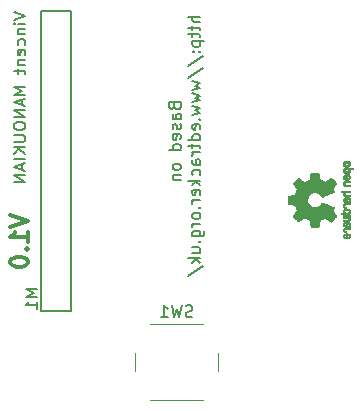
<source format=gbr>
G04 #@! TF.GenerationSoftware,KiCad,Pcbnew,(5.0.1)-4*
G04 #@! TF.CreationDate,2018-12-26T16:50:05+01:00*
G04 #@! TF.ProjectId,EdtrackerDiy,4564747261636B65724469792E6B6963,rev?*
G04 #@! TF.SameCoordinates,Original*
G04 #@! TF.FileFunction,Legend,Bot*
G04 #@! TF.FilePolarity,Positive*
%FSLAX46Y46*%
G04 Gerber Fmt 4.6, Leading zero omitted, Abs format (unit mm)*
G04 Created by KiCad (PCBNEW (5.0.1)-4) date 26/12/2018 16:50:05*
%MOMM*%
%LPD*%
G01*
G04 APERTURE LIST*
%ADD10C,0.300000*%
%ADD11C,0.150000*%
%ADD12C,0.200000*%
%ADD13C,0.120000*%
%ADD14C,0.010000*%
G04 APERTURE END LIST*
D10*
X61916571Y-104140285D02*
X63416571Y-104640285D01*
X61916571Y-105140285D01*
X63416571Y-106426000D02*
X63416571Y-105568857D01*
X63416571Y-105997428D02*
X61916571Y-105997428D01*
X62130857Y-105854571D01*
X62273714Y-105711714D01*
X62345142Y-105568857D01*
X63273714Y-107068857D02*
X63345142Y-107140285D01*
X63416571Y-107068857D01*
X63345142Y-106997428D01*
X63273714Y-107068857D01*
X63416571Y-107068857D01*
X61916571Y-108068857D02*
X61916571Y-108211714D01*
X61988000Y-108354571D01*
X62059428Y-108426000D01*
X62202285Y-108497428D01*
X62488000Y-108568857D01*
X62845142Y-108568857D01*
X63130857Y-108497428D01*
X63273714Y-108426000D01*
X63345142Y-108354571D01*
X63416571Y-108211714D01*
X63416571Y-108068857D01*
X63345142Y-107926000D01*
X63273714Y-107854571D01*
X63130857Y-107783142D01*
X62845142Y-107711714D01*
X62488000Y-107711714D01*
X62202285Y-107783142D01*
X62059428Y-107854571D01*
X61988000Y-107926000D01*
X61916571Y-108068857D01*
D11*
X75811571Y-94964666D02*
X75859190Y-95107523D01*
X75906809Y-95155142D01*
X76002047Y-95202761D01*
X76144904Y-95202761D01*
X76240142Y-95155142D01*
X76287761Y-95107523D01*
X76335380Y-95012285D01*
X76335380Y-94631333D01*
X75335380Y-94631333D01*
X75335380Y-94964666D01*
X75383000Y-95059904D01*
X75430619Y-95107523D01*
X75525857Y-95155142D01*
X75621095Y-95155142D01*
X75716333Y-95107523D01*
X75763952Y-95059904D01*
X75811571Y-94964666D01*
X75811571Y-94631333D01*
X76335380Y-96059904D02*
X75811571Y-96059904D01*
X75716333Y-96012285D01*
X75668714Y-95917047D01*
X75668714Y-95726571D01*
X75716333Y-95631333D01*
X76287761Y-96059904D02*
X76335380Y-95964666D01*
X76335380Y-95726571D01*
X76287761Y-95631333D01*
X76192523Y-95583714D01*
X76097285Y-95583714D01*
X76002047Y-95631333D01*
X75954428Y-95726571D01*
X75954428Y-95964666D01*
X75906809Y-96059904D01*
X76287761Y-96488476D02*
X76335380Y-96583714D01*
X76335380Y-96774190D01*
X76287761Y-96869428D01*
X76192523Y-96917047D01*
X76144904Y-96917047D01*
X76049666Y-96869428D01*
X76002047Y-96774190D01*
X76002047Y-96631333D01*
X75954428Y-96536095D01*
X75859190Y-96488476D01*
X75811571Y-96488476D01*
X75716333Y-96536095D01*
X75668714Y-96631333D01*
X75668714Y-96774190D01*
X75716333Y-96869428D01*
X76287761Y-97726571D02*
X76335380Y-97631333D01*
X76335380Y-97440857D01*
X76287761Y-97345619D01*
X76192523Y-97298000D01*
X75811571Y-97298000D01*
X75716333Y-97345619D01*
X75668714Y-97440857D01*
X75668714Y-97631333D01*
X75716333Y-97726571D01*
X75811571Y-97774190D01*
X75906809Y-97774190D01*
X76002047Y-97298000D01*
X76335380Y-98631333D02*
X75335380Y-98631333D01*
X76287761Y-98631333D02*
X76335380Y-98536095D01*
X76335380Y-98345619D01*
X76287761Y-98250380D01*
X76240142Y-98202761D01*
X76144904Y-98155142D01*
X75859190Y-98155142D01*
X75763952Y-98202761D01*
X75716333Y-98250380D01*
X75668714Y-98345619D01*
X75668714Y-98536095D01*
X75716333Y-98631333D01*
X76335380Y-100012285D02*
X76287761Y-99917047D01*
X76240142Y-99869428D01*
X76144904Y-99821809D01*
X75859190Y-99821809D01*
X75763952Y-99869428D01*
X75716333Y-99917047D01*
X75668714Y-100012285D01*
X75668714Y-100155142D01*
X75716333Y-100250380D01*
X75763952Y-100298000D01*
X75859190Y-100345619D01*
X76144904Y-100345619D01*
X76240142Y-100298000D01*
X76287761Y-100250380D01*
X76335380Y-100155142D01*
X76335380Y-100012285D01*
X75668714Y-100774190D02*
X76335380Y-100774190D01*
X75763952Y-100774190D02*
X75716333Y-100821809D01*
X75668714Y-100917047D01*
X75668714Y-101059904D01*
X75716333Y-101155142D01*
X75811571Y-101202761D01*
X76335380Y-101202761D01*
X77985380Y-87393238D02*
X76985380Y-87393238D01*
X77985380Y-87821809D02*
X77461571Y-87821809D01*
X77366333Y-87774190D01*
X77318714Y-87678952D01*
X77318714Y-87536095D01*
X77366333Y-87440857D01*
X77413952Y-87393238D01*
X77318714Y-88155142D02*
X77318714Y-88536095D01*
X76985380Y-88298000D02*
X77842523Y-88298000D01*
X77937761Y-88345619D01*
X77985380Y-88440857D01*
X77985380Y-88536095D01*
X77318714Y-88726571D02*
X77318714Y-89107523D01*
X76985380Y-88869428D02*
X77842523Y-88869428D01*
X77937761Y-88917047D01*
X77985380Y-89012285D01*
X77985380Y-89107523D01*
X77318714Y-89440857D02*
X78318714Y-89440857D01*
X77366333Y-89440857D02*
X77318714Y-89536095D01*
X77318714Y-89726571D01*
X77366333Y-89821809D01*
X77413952Y-89869428D01*
X77509190Y-89917047D01*
X77794904Y-89917047D01*
X77890142Y-89869428D01*
X77937761Y-89821809D01*
X77985380Y-89726571D01*
X77985380Y-89536095D01*
X77937761Y-89440857D01*
X77890142Y-90345619D02*
X77937761Y-90393238D01*
X77985380Y-90345619D01*
X77937761Y-90298000D01*
X77890142Y-90345619D01*
X77985380Y-90345619D01*
X77366333Y-90345619D02*
X77413952Y-90393238D01*
X77461571Y-90345619D01*
X77413952Y-90298000D01*
X77366333Y-90345619D01*
X77461571Y-90345619D01*
X76937761Y-91536095D02*
X78223476Y-90678952D01*
X76937761Y-92583714D02*
X78223476Y-91726571D01*
X77318714Y-92821809D02*
X77985380Y-93012285D01*
X77509190Y-93202761D01*
X77985380Y-93393238D01*
X77318714Y-93583714D01*
X77318714Y-93869428D02*
X77985380Y-94059904D01*
X77509190Y-94250380D01*
X77985380Y-94440857D01*
X77318714Y-94631333D01*
X77318714Y-94917047D02*
X77985380Y-95107523D01*
X77509190Y-95298000D01*
X77985380Y-95488476D01*
X77318714Y-95678952D01*
X77890142Y-96059904D02*
X77937761Y-96107523D01*
X77985380Y-96059904D01*
X77937761Y-96012285D01*
X77890142Y-96059904D01*
X77985380Y-96059904D01*
X77937761Y-96917047D02*
X77985380Y-96821809D01*
X77985380Y-96631333D01*
X77937761Y-96536095D01*
X77842523Y-96488476D01*
X77461571Y-96488476D01*
X77366333Y-96536095D01*
X77318714Y-96631333D01*
X77318714Y-96821809D01*
X77366333Y-96917047D01*
X77461571Y-96964666D01*
X77556809Y-96964666D01*
X77652047Y-96488476D01*
X77985380Y-97821809D02*
X76985380Y-97821809D01*
X77937761Y-97821809D02*
X77985380Y-97726571D01*
X77985380Y-97536095D01*
X77937761Y-97440857D01*
X77890142Y-97393238D01*
X77794904Y-97345619D01*
X77509190Y-97345619D01*
X77413952Y-97393238D01*
X77366333Y-97440857D01*
X77318714Y-97536095D01*
X77318714Y-97726571D01*
X77366333Y-97821809D01*
X77318714Y-98155142D02*
X77318714Y-98536095D01*
X76985380Y-98297999D02*
X77842523Y-98297999D01*
X77937761Y-98345619D01*
X77985380Y-98440857D01*
X77985380Y-98536095D01*
X77985380Y-98869428D02*
X77318714Y-98869428D01*
X77509190Y-98869428D02*
X77413952Y-98917047D01*
X77366333Y-98964666D01*
X77318714Y-99059904D01*
X77318714Y-99155142D01*
X77985380Y-99917047D02*
X77461571Y-99917047D01*
X77366333Y-99869428D01*
X77318714Y-99774190D01*
X77318714Y-99583714D01*
X77366333Y-99488476D01*
X77937761Y-99917047D02*
X77985380Y-99821809D01*
X77985380Y-99583714D01*
X77937761Y-99488476D01*
X77842523Y-99440857D01*
X77747285Y-99440857D01*
X77652047Y-99488476D01*
X77604428Y-99583714D01*
X77604428Y-99821809D01*
X77556809Y-99917047D01*
X77937761Y-100821809D02*
X77985380Y-100726571D01*
X77985380Y-100536095D01*
X77937761Y-100440857D01*
X77890142Y-100393238D01*
X77794904Y-100345619D01*
X77509190Y-100345619D01*
X77413952Y-100393238D01*
X77366333Y-100440857D01*
X77318714Y-100536095D01*
X77318714Y-100726571D01*
X77366333Y-100821809D01*
X77985380Y-101250380D02*
X76985380Y-101250380D01*
X77604428Y-101345619D02*
X77985380Y-101631333D01*
X77318714Y-101631333D02*
X77699666Y-101250380D01*
X77937761Y-102440857D02*
X77985380Y-102345619D01*
X77985380Y-102155142D01*
X77937761Y-102059904D01*
X77842523Y-102012285D01*
X77461571Y-102012285D01*
X77366333Y-102059904D01*
X77318714Y-102155142D01*
X77318714Y-102345619D01*
X77366333Y-102440857D01*
X77461571Y-102488476D01*
X77556809Y-102488476D01*
X77652047Y-102012285D01*
X77985380Y-102917047D02*
X77318714Y-102917047D01*
X77509190Y-102917047D02*
X77413952Y-102964666D01*
X77366333Y-103012285D01*
X77318714Y-103107523D01*
X77318714Y-103202761D01*
X77890142Y-103536095D02*
X77937761Y-103583714D01*
X77985380Y-103536095D01*
X77937761Y-103488476D01*
X77890142Y-103536095D01*
X77985380Y-103536095D01*
X77985380Y-104155142D02*
X77937761Y-104059904D01*
X77890142Y-104012285D01*
X77794904Y-103964666D01*
X77509190Y-103964666D01*
X77413952Y-104012285D01*
X77366333Y-104059904D01*
X77318714Y-104155142D01*
X77318714Y-104297999D01*
X77366333Y-104393238D01*
X77413952Y-104440857D01*
X77509190Y-104488476D01*
X77794904Y-104488476D01*
X77890142Y-104440857D01*
X77937761Y-104393238D01*
X77985380Y-104297999D01*
X77985380Y-104155142D01*
X77985380Y-104917047D02*
X77318714Y-104917047D01*
X77509190Y-104917047D02*
X77413952Y-104964666D01*
X77366333Y-105012285D01*
X77318714Y-105107523D01*
X77318714Y-105202761D01*
X77318714Y-105964666D02*
X78128238Y-105964666D01*
X78223476Y-105917047D01*
X78271095Y-105869428D01*
X78318714Y-105774190D01*
X78318714Y-105631333D01*
X78271095Y-105536095D01*
X77937761Y-105964666D02*
X77985380Y-105869428D01*
X77985380Y-105678952D01*
X77937761Y-105583714D01*
X77890142Y-105536095D01*
X77794904Y-105488476D01*
X77509190Y-105488476D01*
X77413952Y-105536095D01*
X77366333Y-105583714D01*
X77318714Y-105678952D01*
X77318714Y-105869428D01*
X77366333Y-105964666D01*
X77890142Y-106440857D02*
X77937761Y-106488476D01*
X77985380Y-106440857D01*
X77937761Y-106393238D01*
X77890142Y-106440857D01*
X77985380Y-106440857D01*
X77318714Y-107345619D02*
X77985380Y-107345619D01*
X77318714Y-106917047D02*
X77842523Y-106917047D01*
X77937761Y-106964666D01*
X77985380Y-107059904D01*
X77985380Y-107202761D01*
X77937761Y-107297999D01*
X77890142Y-107345619D01*
X77985380Y-107821809D02*
X76985380Y-107821809D01*
X77604428Y-107917047D02*
X77985380Y-108202761D01*
X77318714Y-108202761D02*
X77699666Y-107821809D01*
X76937761Y-109345619D02*
X78223476Y-108488476D01*
D12*
X62190380Y-86972095D02*
X63190380Y-87305428D01*
X62190380Y-87638761D01*
X63190380Y-87972095D02*
X62523714Y-87972095D01*
X62190380Y-87972095D02*
X62238000Y-87924476D01*
X62285619Y-87972095D01*
X62238000Y-88019714D01*
X62190380Y-87972095D01*
X62285619Y-87972095D01*
X62523714Y-88448285D02*
X63190380Y-88448285D01*
X62618952Y-88448285D02*
X62571333Y-88495904D01*
X62523714Y-88591142D01*
X62523714Y-88734000D01*
X62571333Y-88829238D01*
X62666571Y-88876857D01*
X63190380Y-88876857D01*
X63142761Y-89781619D02*
X63190380Y-89686380D01*
X63190380Y-89495904D01*
X63142761Y-89400666D01*
X63095142Y-89353047D01*
X62999904Y-89305428D01*
X62714190Y-89305428D01*
X62618952Y-89353047D01*
X62571333Y-89400666D01*
X62523714Y-89495904D01*
X62523714Y-89686380D01*
X62571333Y-89781619D01*
X63142761Y-90591142D02*
X63190380Y-90495904D01*
X63190380Y-90305428D01*
X63142761Y-90210190D01*
X63047523Y-90162571D01*
X62666571Y-90162571D01*
X62571333Y-90210190D01*
X62523714Y-90305428D01*
X62523714Y-90495904D01*
X62571333Y-90591142D01*
X62666571Y-90638761D01*
X62761809Y-90638761D01*
X62857047Y-90162571D01*
X62523714Y-91067333D02*
X63190380Y-91067333D01*
X62618952Y-91067333D02*
X62571333Y-91114952D01*
X62523714Y-91210190D01*
X62523714Y-91353047D01*
X62571333Y-91448285D01*
X62666571Y-91495904D01*
X63190380Y-91495904D01*
X62523714Y-91829238D02*
X62523714Y-92210190D01*
X62190380Y-91972095D02*
X63047523Y-91972095D01*
X63142761Y-92019714D01*
X63190380Y-92114952D01*
X63190380Y-92210190D01*
X63190380Y-93305428D02*
X62190380Y-93305428D01*
X62904666Y-93638761D01*
X62190380Y-93972095D01*
X63190380Y-93972095D01*
X62904666Y-94400666D02*
X62904666Y-94876857D01*
X63190380Y-94305428D02*
X62190380Y-94638761D01*
X63190380Y-94972095D01*
X63190380Y-95305428D02*
X62190380Y-95305428D01*
X63190380Y-95876857D01*
X62190380Y-95876857D01*
X62190380Y-96543523D02*
X62190380Y-96734000D01*
X62238000Y-96829238D01*
X62333238Y-96924476D01*
X62523714Y-96972095D01*
X62857047Y-96972095D01*
X63047523Y-96924476D01*
X63142761Y-96829238D01*
X63190380Y-96734000D01*
X63190380Y-96543523D01*
X63142761Y-96448285D01*
X63047523Y-96353047D01*
X62857047Y-96305428D01*
X62523714Y-96305428D01*
X62333238Y-96353047D01*
X62238000Y-96448285D01*
X62190380Y-96543523D01*
X62190380Y-97400666D02*
X62999904Y-97400666D01*
X63095142Y-97448285D01*
X63142761Y-97495904D01*
X63190380Y-97591142D01*
X63190380Y-97781619D01*
X63142761Y-97876857D01*
X63095142Y-97924476D01*
X62999904Y-97972095D01*
X62190380Y-97972095D01*
X63190380Y-98448285D02*
X62190380Y-98448285D01*
X63190380Y-99019714D02*
X62618952Y-98591142D01*
X62190380Y-99019714D02*
X62761809Y-98448285D01*
X63190380Y-99448285D02*
X62190380Y-99448285D01*
X62904666Y-99876857D02*
X62904666Y-100353047D01*
X63190380Y-99781619D02*
X62190380Y-100114952D01*
X63190380Y-100448285D01*
X63190380Y-100781619D02*
X62190380Y-100781619D01*
X63190380Y-101353047D01*
X62190380Y-101353047D01*
D11*
G04 #@! TO.C,M1*
X64516000Y-112268000D02*
X67056000Y-112268000D01*
X64516000Y-86868000D02*
X64516000Y-112268000D01*
X67056000Y-86868000D02*
X64516000Y-86868000D01*
X67056000Y-112268000D02*
X67056000Y-86868000D01*
D13*
G04 #@! TO.C,SW1*
X78248000Y-119872000D02*
X73748000Y-119872000D01*
X79498000Y-115872000D02*
X79498000Y-117372000D01*
X73748000Y-113372000D02*
X78248000Y-113372000D01*
X72498000Y-117372000D02*
X72498000Y-115872000D01*
D14*
G04 #@! TO.C,REF\002A\002A*
G36*
X85380348Y-102973910D02*
X85380778Y-103052454D01*
X85381942Y-103109298D01*
X85384207Y-103148105D01*
X85387940Y-103172538D01*
X85393506Y-103186262D01*
X85401273Y-103192940D01*
X85411605Y-103196236D01*
X85412943Y-103196556D01*
X85437079Y-103201562D01*
X85484701Y-103210829D01*
X85550741Y-103223392D01*
X85630128Y-103238287D01*
X85717796Y-103254551D01*
X85720875Y-103255119D01*
X85806789Y-103271410D01*
X85882696Y-103286652D01*
X85944045Y-103299861D01*
X85986282Y-103310054D01*
X86004855Y-103316248D01*
X86005184Y-103316543D01*
X86014253Y-103334788D01*
X86029367Y-103372405D01*
X86047262Y-103421271D01*
X86047358Y-103421543D01*
X86070493Y-103483093D01*
X86099965Y-103555657D01*
X86129597Y-103624057D01*
X86131062Y-103627294D01*
X86181626Y-103738702D01*
X86013160Y-103985399D01*
X85961803Y-104061077D01*
X85915889Y-104129631D01*
X85878030Y-104187088D01*
X85850837Y-104229476D01*
X85836921Y-104252825D01*
X85835889Y-104255042D01*
X85840484Y-104272010D01*
X85862655Y-104303701D01*
X85903447Y-104351352D01*
X85963905Y-104416198D01*
X86028227Y-104482397D01*
X86091612Y-104546214D01*
X86149451Y-104603329D01*
X86198175Y-104650305D01*
X86234210Y-104683703D01*
X86253984Y-104700085D01*
X86255002Y-104700694D01*
X86268572Y-104702505D01*
X86290733Y-104695683D01*
X86324478Y-104678540D01*
X86372800Y-104649393D01*
X86438692Y-104606555D01*
X86523517Y-104549448D01*
X86598177Y-104498766D01*
X86665140Y-104453461D01*
X86720516Y-104416150D01*
X86760420Y-104389452D01*
X86780962Y-104375985D01*
X86782356Y-104375137D01*
X86802038Y-104376781D01*
X86840293Y-104389245D01*
X86889889Y-104410048D01*
X86905728Y-104417462D01*
X86976290Y-104449814D01*
X87056353Y-104484328D01*
X87125629Y-104512365D01*
X87177045Y-104532568D01*
X87216119Y-104548615D01*
X87236541Y-104557888D01*
X87238114Y-104559041D01*
X87240721Y-104576096D01*
X87247863Y-104616298D01*
X87258523Y-104674302D01*
X87271685Y-104744763D01*
X87286333Y-104822335D01*
X87301449Y-104901672D01*
X87316018Y-104977431D01*
X87329022Y-105044264D01*
X87339445Y-105096828D01*
X87346270Y-105129776D01*
X87348199Y-105137857D01*
X87352962Y-105146205D01*
X87363718Y-105152506D01*
X87384098Y-105157045D01*
X87417734Y-105160104D01*
X87468255Y-105161967D01*
X87539292Y-105162918D01*
X87634476Y-105163240D01*
X87673492Y-105163257D01*
X87990799Y-105163257D01*
X88005839Y-105087057D01*
X88013995Y-105044663D01*
X88025899Y-104981400D01*
X88040116Y-104904962D01*
X88055210Y-104823043D01*
X88059355Y-104800400D01*
X88074053Y-104724806D01*
X88088505Y-104658953D01*
X88101375Y-104608366D01*
X88111322Y-104578574D01*
X88114287Y-104573612D01*
X88135283Y-104561426D01*
X88175967Y-104543953D01*
X88228322Y-104524577D01*
X88239600Y-104520734D01*
X88309523Y-104495339D01*
X88388418Y-104463817D01*
X88459266Y-104432969D01*
X88459595Y-104432817D01*
X88570733Y-104381447D01*
X88819253Y-104550399D01*
X89067772Y-104719352D01*
X89285058Y-104502429D01*
X89349726Y-104436819D01*
X89406733Y-104376979D01*
X89453033Y-104326267D01*
X89485584Y-104288046D01*
X89501343Y-104265675D01*
X89502343Y-104262466D01*
X89494469Y-104243626D01*
X89472578Y-104205180D01*
X89439267Y-104151330D01*
X89397131Y-104086276D01*
X89349943Y-104015940D01*
X89301810Y-103944555D01*
X89259928Y-103880908D01*
X89226871Y-103829041D01*
X89205218Y-103792995D01*
X89197543Y-103776867D01*
X89204037Y-103757189D01*
X89221150Y-103719875D01*
X89245326Y-103672621D01*
X89248013Y-103667612D01*
X89279927Y-103603977D01*
X89295579Y-103560341D01*
X89295745Y-103533202D01*
X89281204Y-103519057D01*
X89281000Y-103518975D01*
X89263779Y-103511905D01*
X89222899Y-103495042D01*
X89161525Y-103469695D01*
X89082819Y-103437171D01*
X88989947Y-103398778D01*
X88886072Y-103355822D01*
X88785502Y-103314222D01*
X88674516Y-103268504D01*
X88571703Y-103226526D01*
X88480215Y-103189548D01*
X88403201Y-103158827D01*
X88343815Y-103135622D01*
X88305209Y-103121190D01*
X88290800Y-103116743D01*
X88274272Y-103127896D01*
X88247930Y-103157069D01*
X88218887Y-103195971D01*
X88127039Y-103306757D01*
X88021759Y-103393351D01*
X87905266Y-103454716D01*
X87779776Y-103489815D01*
X87647507Y-103497608D01*
X87586457Y-103491943D01*
X87459795Y-103461078D01*
X87347941Y-103407920D01*
X87252001Y-103335767D01*
X87173076Y-103247917D01*
X87112270Y-103147665D01*
X87070687Y-103038310D01*
X87049428Y-102923147D01*
X87049599Y-102805475D01*
X87072301Y-102688590D01*
X87118638Y-102575789D01*
X87189713Y-102470369D01*
X87229911Y-102426368D01*
X87333129Y-102341979D01*
X87445925Y-102283222D01*
X87565010Y-102249704D01*
X87687095Y-102241035D01*
X87808893Y-102256823D01*
X87927116Y-102296678D01*
X88038475Y-102360207D01*
X88139684Y-102447021D01*
X88218887Y-102544029D01*
X88249162Y-102584437D01*
X88275219Y-102612982D01*
X88290825Y-102623257D01*
X88307843Y-102617877D01*
X88348500Y-102602575D01*
X88409642Y-102578612D01*
X88488119Y-102547244D01*
X88580780Y-102509732D01*
X88684472Y-102467333D01*
X88785526Y-102425663D01*
X88896607Y-102379690D01*
X88999541Y-102337107D01*
X89091165Y-102299221D01*
X89168316Y-102267340D01*
X89227831Y-102242771D01*
X89266544Y-102226820D01*
X89281000Y-102220910D01*
X89295685Y-102206948D01*
X89295642Y-102179940D01*
X89280099Y-102136413D01*
X89248284Y-102072890D01*
X89248013Y-102072388D01*
X89223323Y-102024560D01*
X89205338Y-101985897D01*
X89197614Y-101964095D01*
X89197543Y-101963133D01*
X89205378Y-101946721D01*
X89227165Y-101910487D01*
X89260328Y-101858474D01*
X89302291Y-101794725D01*
X89349943Y-101724060D01*
X89398191Y-101652116D01*
X89440151Y-101587274D01*
X89473227Y-101533735D01*
X89494821Y-101495697D01*
X89502343Y-101477533D01*
X89492457Y-101460808D01*
X89464826Y-101427180D01*
X89422495Y-101380010D01*
X89368505Y-101322658D01*
X89305899Y-101258484D01*
X89284983Y-101237497D01*
X89067623Y-101020499D01*
X88825220Y-101185668D01*
X88750781Y-101235864D01*
X88683972Y-101279919D01*
X88628665Y-101315362D01*
X88588729Y-101339719D01*
X88568036Y-101350522D01*
X88566563Y-101350838D01*
X88547058Y-101345143D01*
X88507822Y-101329826D01*
X88455430Y-101307537D01*
X88420355Y-101291893D01*
X88353201Y-101262641D01*
X88285358Y-101235094D01*
X88228034Y-101213737D01*
X88210572Y-101207935D01*
X88163938Y-101191452D01*
X88127905Y-101175340D01*
X88114287Y-101166490D01*
X88105952Y-101146960D01*
X88094137Y-101104334D01*
X88080181Y-101044145D01*
X88065422Y-100971922D01*
X88059355Y-100939600D01*
X88044273Y-100857522D01*
X88029669Y-100778795D01*
X88016980Y-100711109D01*
X88007642Y-100662160D01*
X88005839Y-100652943D01*
X87990799Y-100576743D01*
X87673492Y-100576743D01*
X87569154Y-100576914D01*
X87490213Y-100577616D01*
X87433038Y-100579134D01*
X87393999Y-100581749D01*
X87369465Y-100585746D01*
X87355805Y-100591409D01*
X87349389Y-100599020D01*
X87348199Y-100602143D01*
X87343980Y-100620978D01*
X87335562Y-100662588D01*
X87323961Y-100721630D01*
X87310195Y-100792757D01*
X87295280Y-100870625D01*
X87280232Y-100949887D01*
X87266069Y-101025198D01*
X87253806Y-101091213D01*
X87244461Y-101142587D01*
X87239050Y-101173975D01*
X87238114Y-101180959D01*
X87225596Y-101187285D01*
X87192246Y-101201290D01*
X87144377Y-101220355D01*
X87125629Y-101227634D01*
X87053195Y-101256996D01*
X86973170Y-101291571D01*
X86905728Y-101322537D01*
X86854159Y-101345323D01*
X86811785Y-101360482D01*
X86785834Y-101365542D01*
X86782356Y-101364736D01*
X86765936Y-101354041D01*
X86729417Y-101329620D01*
X86676687Y-101294095D01*
X86611635Y-101250087D01*
X86538151Y-101200217D01*
X86523645Y-101190356D01*
X86437704Y-101132492D01*
X86372261Y-101089956D01*
X86324304Y-101061054D01*
X86290820Y-101044090D01*
X86268795Y-101037367D01*
X86255217Y-101039190D01*
X86255131Y-101039236D01*
X86237297Y-101053586D01*
X86202817Y-101085323D01*
X86155268Y-101131010D01*
X86098222Y-101187204D01*
X86035255Y-101250468D01*
X86028227Y-101257602D01*
X85951020Y-101337330D01*
X85894330Y-101398857D01*
X85857110Y-101443421D01*
X85838315Y-101472257D01*
X85835889Y-101484958D01*
X85846471Y-101503494D01*
X85870916Y-101541961D01*
X85906612Y-101596386D01*
X85950947Y-101662798D01*
X86001311Y-101737225D01*
X86013160Y-101754601D01*
X86181626Y-102001297D01*
X86131062Y-102112706D01*
X86101595Y-102180457D01*
X86071959Y-102253183D01*
X86048330Y-102315703D01*
X86047358Y-102318457D01*
X86029457Y-102367360D01*
X86014320Y-102405057D01*
X86005210Y-102423425D01*
X86005184Y-102423456D01*
X85988717Y-102429285D01*
X85948219Y-102439192D01*
X85888242Y-102452195D01*
X85813340Y-102467309D01*
X85728064Y-102483552D01*
X85720875Y-102484881D01*
X85633014Y-102501175D01*
X85553260Y-102516133D01*
X85486681Y-102528791D01*
X85438347Y-102538186D01*
X85413325Y-102543354D01*
X85412943Y-102543444D01*
X85402299Y-102546589D01*
X85394262Y-102552704D01*
X85388467Y-102565453D01*
X85384547Y-102588500D01*
X85382135Y-102625509D01*
X85380865Y-102680144D01*
X85380371Y-102756067D01*
X85380286Y-102856944D01*
X85380286Y-102870000D01*
X85380348Y-102973910D01*
X85380348Y-102973910D01*
G37*
X85380348Y-102973910D02*
X85380778Y-103052454D01*
X85381942Y-103109298D01*
X85384207Y-103148105D01*
X85387940Y-103172538D01*
X85393506Y-103186262D01*
X85401273Y-103192940D01*
X85411605Y-103196236D01*
X85412943Y-103196556D01*
X85437079Y-103201562D01*
X85484701Y-103210829D01*
X85550741Y-103223392D01*
X85630128Y-103238287D01*
X85717796Y-103254551D01*
X85720875Y-103255119D01*
X85806789Y-103271410D01*
X85882696Y-103286652D01*
X85944045Y-103299861D01*
X85986282Y-103310054D01*
X86004855Y-103316248D01*
X86005184Y-103316543D01*
X86014253Y-103334788D01*
X86029367Y-103372405D01*
X86047262Y-103421271D01*
X86047358Y-103421543D01*
X86070493Y-103483093D01*
X86099965Y-103555657D01*
X86129597Y-103624057D01*
X86131062Y-103627294D01*
X86181626Y-103738702D01*
X86013160Y-103985399D01*
X85961803Y-104061077D01*
X85915889Y-104129631D01*
X85878030Y-104187088D01*
X85850837Y-104229476D01*
X85836921Y-104252825D01*
X85835889Y-104255042D01*
X85840484Y-104272010D01*
X85862655Y-104303701D01*
X85903447Y-104351352D01*
X85963905Y-104416198D01*
X86028227Y-104482397D01*
X86091612Y-104546214D01*
X86149451Y-104603329D01*
X86198175Y-104650305D01*
X86234210Y-104683703D01*
X86253984Y-104700085D01*
X86255002Y-104700694D01*
X86268572Y-104702505D01*
X86290733Y-104695683D01*
X86324478Y-104678540D01*
X86372800Y-104649393D01*
X86438692Y-104606555D01*
X86523517Y-104549448D01*
X86598177Y-104498766D01*
X86665140Y-104453461D01*
X86720516Y-104416150D01*
X86760420Y-104389452D01*
X86780962Y-104375985D01*
X86782356Y-104375137D01*
X86802038Y-104376781D01*
X86840293Y-104389245D01*
X86889889Y-104410048D01*
X86905728Y-104417462D01*
X86976290Y-104449814D01*
X87056353Y-104484328D01*
X87125629Y-104512365D01*
X87177045Y-104532568D01*
X87216119Y-104548615D01*
X87236541Y-104557888D01*
X87238114Y-104559041D01*
X87240721Y-104576096D01*
X87247863Y-104616298D01*
X87258523Y-104674302D01*
X87271685Y-104744763D01*
X87286333Y-104822335D01*
X87301449Y-104901672D01*
X87316018Y-104977431D01*
X87329022Y-105044264D01*
X87339445Y-105096828D01*
X87346270Y-105129776D01*
X87348199Y-105137857D01*
X87352962Y-105146205D01*
X87363718Y-105152506D01*
X87384098Y-105157045D01*
X87417734Y-105160104D01*
X87468255Y-105161967D01*
X87539292Y-105162918D01*
X87634476Y-105163240D01*
X87673492Y-105163257D01*
X87990799Y-105163257D01*
X88005839Y-105087057D01*
X88013995Y-105044663D01*
X88025899Y-104981400D01*
X88040116Y-104904962D01*
X88055210Y-104823043D01*
X88059355Y-104800400D01*
X88074053Y-104724806D01*
X88088505Y-104658953D01*
X88101375Y-104608366D01*
X88111322Y-104578574D01*
X88114287Y-104573612D01*
X88135283Y-104561426D01*
X88175967Y-104543953D01*
X88228322Y-104524577D01*
X88239600Y-104520734D01*
X88309523Y-104495339D01*
X88388418Y-104463817D01*
X88459266Y-104432969D01*
X88459595Y-104432817D01*
X88570733Y-104381447D01*
X88819253Y-104550399D01*
X89067772Y-104719352D01*
X89285058Y-104502429D01*
X89349726Y-104436819D01*
X89406733Y-104376979D01*
X89453033Y-104326267D01*
X89485584Y-104288046D01*
X89501343Y-104265675D01*
X89502343Y-104262466D01*
X89494469Y-104243626D01*
X89472578Y-104205180D01*
X89439267Y-104151330D01*
X89397131Y-104086276D01*
X89349943Y-104015940D01*
X89301810Y-103944555D01*
X89259928Y-103880908D01*
X89226871Y-103829041D01*
X89205218Y-103792995D01*
X89197543Y-103776867D01*
X89204037Y-103757189D01*
X89221150Y-103719875D01*
X89245326Y-103672621D01*
X89248013Y-103667612D01*
X89279927Y-103603977D01*
X89295579Y-103560341D01*
X89295745Y-103533202D01*
X89281204Y-103519057D01*
X89281000Y-103518975D01*
X89263779Y-103511905D01*
X89222899Y-103495042D01*
X89161525Y-103469695D01*
X89082819Y-103437171D01*
X88989947Y-103398778D01*
X88886072Y-103355822D01*
X88785502Y-103314222D01*
X88674516Y-103268504D01*
X88571703Y-103226526D01*
X88480215Y-103189548D01*
X88403201Y-103158827D01*
X88343815Y-103135622D01*
X88305209Y-103121190D01*
X88290800Y-103116743D01*
X88274272Y-103127896D01*
X88247930Y-103157069D01*
X88218887Y-103195971D01*
X88127039Y-103306757D01*
X88021759Y-103393351D01*
X87905266Y-103454716D01*
X87779776Y-103489815D01*
X87647507Y-103497608D01*
X87586457Y-103491943D01*
X87459795Y-103461078D01*
X87347941Y-103407920D01*
X87252001Y-103335767D01*
X87173076Y-103247917D01*
X87112270Y-103147665D01*
X87070687Y-103038310D01*
X87049428Y-102923147D01*
X87049599Y-102805475D01*
X87072301Y-102688590D01*
X87118638Y-102575789D01*
X87189713Y-102470369D01*
X87229911Y-102426368D01*
X87333129Y-102341979D01*
X87445925Y-102283222D01*
X87565010Y-102249704D01*
X87687095Y-102241035D01*
X87808893Y-102256823D01*
X87927116Y-102296678D01*
X88038475Y-102360207D01*
X88139684Y-102447021D01*
X88218887Y-102544029D01*
X88249162Y-102584437D01*
X88275219Y-102612982D01*
X88290825Y-102623257D01*
X88307843Y-102617877D01*
X88348500Y-102602575D01*
X88409642Y-102578612D01*
X88488119Y-102547244D01*
X88580780Y-102509732D01*
X88684472Y-102467333D01*
X88785526Y-102425663D01*
X88896607Y-102379690D01*
X88999541Y-102337107D01*
X89091165Y-102299221D01*
X89168316Y-102267340D01*
X89227831Y-102242771D01*
X89266544Y-102226820D01*
X89281000Y-102220910D01*
X89295685Y-102206948D01*
X89295642Y-102179940D01*
X89280099Y-102136413D01*
X89248284Y-102072890D01*
X89248013Y-102072388D01*
X89223323Y-102024560D01*
X89205338Y-101985897D01*
X89197614Y-101964095D01*
X89197543Y-101963133D01*
X89205378Y-101946721D01*
X89227165Y-101910487D01*
X89260328Y-101858474D01*
X89302291Y-101794725D01*
X89349943Y-101724060D01*
X89398191Y-101652116D01*
X89440151Y-101587274D01*
X89473227Y-101533735D01*
X89494821Y-101495697D01*
X89502343Y-101477533D01*
X89492457Y-101460808D01*
X89464826Y-101427180D01*
X89422495Y-101380010D01*
X89368505Y-101322658D01*
X89305899Y-101258484D01*
X89284983Y-101237497D01*
X89067623Y-101020499D01*
X88825220Y-101185668D01*
X88750781Y-101235864D01*
X88683972Y-101279919D01*
X88628665Y-101315362D01*
X88588729Y-101339719D01*
X88568036Y-101350522D01*
X88566563Y-101350838D01*
X88547058Y-101345143D01*
X88507822Y-101329826D01*
X88455430Y-101307537D01*
X88420355Y-101291893D01*
X88353201Y-101262641D01*
X88285358Y-101235094D01*
X88228034Y-101213737D01*
X88210572Y-101207935D01*
X88163938Y-101191452D01*
X88127905Y-101175340D01*
X88114287Y-101166490D01*
X88105952Y-101146960D01*
X88094137Y-101104334D01*
X88080181Y-101044145D01*
X88065422Y-100971922D01*
X88059355Y-100939600D01*
X88044273Y-100857522D01*
X88029669Y-100778795D01*
X88016980Y-100711109D01*
X88007642Y-100662160D01*
X88005839Y-100652943D01*
X87990799Y-100576743D01*
X87673492Y-100576743D01*
X87569154Y-100576914D01*
X87490213Y-100577616D01*
X87433038Y-100579134D01*
X87393999Y-100581749D01*
X87369465Y-100585746D01*
X87355805Y-100591409D01*
X87349389Y-100599020D01*
X87348199Y-100602143D01*
X87343980Y-100620978D01*
X87335562Y-100662588D01*
X87323961Y-100721630D01*
X87310195Y-100792757D01*
X87295280Y-100870625D01*
X87280232Y-100949887D01*
X87266069Y-101025198D01*
X87253806Y-101091213D01*
X87244461Y-101142587D01*
X87239050Y-101173975D01*
X87238114Y-101180959D01*
X87225596Y-101187285D01*
X87192246Y-101201290D01*
X87144377Y-101220355D01*
X87125629Y-101227634D01*
X87053195Y-101256996D01*
X86973170Y-101291571D01*
X86905728Y-101322537D01*
X86854159Y-101345323D01*
X86811785Y-101360482D01*
X86785834Y-101365542D01*
X86782356Y-101364736D01*
X86765936Y-101354041D01*
X86729417Y-101329620D01*
X86676687Y-101294095D01*
X86611635Y-101250087D01*
X86538151Y-101200217D01*
X86523645Y-101190356D01*
X86437704Y-101132492D01*
X86372261Y-101089956D01*
X86324304Y-101061054D01*
X86290820Y-101044090D01*
X86268795Y-101037367D01*
X86255217Y-101039190D01*
X86255131Y-101039236D01*
X86237297Y-101053586D01*
X86202817Y-101085323D01*
X86155268Y-101131010D01*
X86098222Y-101187204D01*
X86035255Y-101250468D01*
X86028227Y-101257602D01*
X85951020Y-101337330D01*
X85894330Y-101398857D01*
X85857110Y-101443421D01*
X85838315Y-101472257D01*
X85835889Y-101484958D01*
X85846471Y-101503494D01*
X85870916Y-101541961D01*
X85906612Y-101596386D01*
X85950947Y-101662798D01*
X86001311Y-101737225D01*
X86013160Y-101754601D01*
X86181626Y-102001297D01*
X86131062Y-102112706D01*
X86101595Y-102180457D01*
X86071959Y-102253183D01*
X86048330Y-102315703D01*
X86047358Y-102318457D01*
X86029457Y-102367360D01*
X86014320Y-102405057D01*
X86005210Y-102423425D01*
X86005184Y-102423456D01*
X85988717Y-102429285D01*
X85948219Y-102439192D01*
X85888242Y-102452195D01*
X85813340Y-102467309D01*
X85728064Y-102483552D01*
X85720875Y-102484881D01*
X85633014Y-102501175D01*
X85553260Y-102516133D01*
X85486681Y-102528791D01*
X85438347Y-102538186D01*
X85413325Y-102543354D01*
X85412943Y-102543444D01*
X85402299Y-102546589D01*
X85394262Y-102552704D01*
X85388467Y-102565453D01*
X85384547Y-102588500D01*
X85382135Y-102625509D01*
X85380865Y-102680144D01*
X85380371Y-102756067D01*
X85380286Y-102856944D01*
X85380286Y-102870000D01*
X85380348Y-102973910D01*
G36*
X90104966Y-106023595D02*
X90142497Y-106081021D01*
X90176096Y-106108719D01*
X90237064Y-106130662D01*
X90285308Y-106132405D01*
X90349816Y-106128457D01*
X90414934Y-105979686D01*
X90448202Y-105907349D01*
X90474964Y-105860084D01*
X90498144Y-105835507D01*
X90520667Y-105831237D01*
X90545455Y-105844889D01*
X90561886Y-105859943D01*
X90588235Y-105903746D01*
X90590081Y-105951389D01*
X90569546Y-105995145D01*
X90528752Y-106027289D01*
X90514347Y-106033038D01*
X90469356Y-106060576D01*
X90450182Y-106092258D01*
X90433779Y-106135714D01*
X90495966Y-106135714D01*
X90538283Y-106131872D01*
X90573969Y-106116823D01*
X90614943Y-106085280D01*
X90620267Y-106080592D01*
X90656720Y-106045506D01*
X90676283Y-106015347D01*
X90685283Y-105977615D01*
X90688230Y-105946335D01*
X90688965Y-105890385D01*
X90679660Y-105850555D01*
X90665846Y-105825708D01*
X90635467Y-105786656D01*
X90602613Y-105759625D01*
X90561294Y-105742517D01*
X90505521Y-105733238D01*
X90429305Y-105729693D01*
X90390622Y-105729410D01*
X90344247Y-105730372D01*
X90344247Y-105818007D01*
X90369126Y-105819023D01*
X90373200Y-105821556D01*
X90367665Y-105838274D01*
X90353017Y-105874249D01*
X90332190Y-105922331D01*
X90327714Y-105932386D01*
X90296814Y-105993152D01*
X90269657Y-106026632D01*
X90244220Y-106033990D01*
X90218481Y-106016391D01*
X90207109Y-106001856D01*
X90184364Y-105949410D01*
X90188122Y-105900322D01*
X90215884Y-105859227D01*
X90265152Y-105830758D01*
X90304257Y-105821631D01*
X90344247Y-105818007D01*
X90344247Y-105730372D01*
X90300249Y-105731285D01*
X90233384Y-105738196D01*
X90184695Y-105751884D01*
X90148849Y-105774096D01*
X90120513Y-105806574D01*
X90111355Y-105820733D01*
X90087507Y-105885053D01*
X90086006Y-105955473D01*
X90104966Y-106023595D01*
X90104966Y-106023595D01*
G37*
X90104966Y-106023595D02*
X90142497Y-106081021D01*
X90176096Y-106108719D01*
X90237064Y-106130662D01*
X90285308Y-106132405D01*
X90349816Y-106128457D01*
X90414934Y-105979686D01*
X90448202Y-105907349D01*
X90474964Y-105860084D01*
X90498144Y-105835507D01*
X90520667Y-105831237D01*
X90545455Y-105844889D01*
X90561886Y-105859943D01*
X90588235Y-105903746D01*
X90590081Y-105951389D01*
X90569546Y-105995145D01*
X90528752Y-106027289D01*
X90514347Y-106033038D01*
X90469356Y-106060576D01*
X90450182Y-106092258D01*
X90433779Y-106135714D01*
X90495966Y-106135714D01*
X90538283Y-106131872D01*
X90573969Y-106116823D01*
X90614943Y-106085280D01*
X90620267Y-106080592D01*
X90656720Y-106045506D01*
X90676283Y-106015347D01*
X90685283Y-105977615D01*
X90688230Y-105946335D01*
X90688965Y-105890385D01*
X90679660Y-105850555D01*
X90665846Y-105825708D01*
X90635467Y-105786656D01*
X90602613Y-105759625D01*
X90561294Y-105742517D01*
X90505521Y-105733238D01*
X90429305Y-105729693D01*
X90390622Y-105729410D01*
X90344247Y-105730372D01*
X90344247Y-105818007D01*
X90369126Y-105819023D01*
X90373200Y-105821556D01*
X90367665Y-105838274D01*
X90353017Y-105874249D01*
X90332190Y-105922331D01*
X90327714Y-105932386D01*
X90296814Y-105993152D01*
X90269657Y-106026632D01*
X90244220Y-106033990D01*
X90218481Y-106016391D01*
X90207109Y-106001856D01*
X90184364Y-105949410D01*
X90188122Y-105900322D01*
X90215884Y-105859227D01*
X90265152Y-105830758D01*
X90304257Y-105821631D01*
X90344247Y-105818007D01*
X90344247Y-105730372D01*
X90300249Y-105731285D01*
X90233384Y-105738196D01*
X90184695Y-105751884D01*
X90148849Y-105774096D01*
X90120513Y-105806574D01*
X90111355Y-105820733D01*
X90087507Y-105885053D01*
X90086006Y-105955473D01*
X90104966Y-106023595D01*
G36*
X90096752Y-105522600D02*
X90104334Y-105539948D01*
X90137128Y-105581356D01*
X90184547Y-105616765D01*
X90235151Y-105638664D01*
X90260098Y-105642229D01*
X90294927Y-105630279D01*
X90313357Y-105604067D01*
X90324516Y-105575964D01*
X90326572Y-105563095D01*
X90311649Y-105556829D01*
X90279175Y-105544456D01*
X90264502Y-105539028D01*
X90213744Y-105508590D01*
X90188427Y-105464520D01*
X90189206Y-105408010D01*
X90190203Y-105403825D01*
X90204507Y-105373655D01*
X90232393Y-105351476D01*
X90277287Y-105336327D01*
X90342615Y-105327250D01*
X90431804Y-105323286D01*
X90479261Y-105322914D01*
X90554071Y-105322730D01*
X90605069Y-105321522D01*
X90637471Y-105318309D01*
X90656495Y-105312109D01*
X90667356Y-105301940D01*
X90675272Y-105286819D01*
X90675670Y-105285946D01*
X90687981Y-105256828D01*
X90692514Y-105242403D01*
X90678809Y-105240186D01*
X90640925Y-105238289D01*
X90583715Y-105236847D01*
X90512027Y-105235998D01*
X90459565Y-105235829D01*
X90358047Y-105236692D01*
X90281032Y-105240070D01*
X90224023Y-105247142D01*
X90182526Y-105259088D01*
X90152043Y-105277090D01*
X90128080Y-105302327D01*
X90111355Y-105327247D01*
X90089097Y-105387171D01*
X90084076Y-105456911D01*
X90096752Y-105522600D01*
X90096752Y-105522600D01*
G37*
X90096752Y-105522600D02*
X90104334Y-105539948D01*
X90137128Y-105581356D01*
X90184547Y-105616765D01*
X90235151Y-105638664D01*
X90260098Y-105642229D01*
X90294927Y-105630279D01*
X90313357Y-105604067D01*
X90324516Y-105575964D01*
X90326572Y-105563095D01*
X90311649Y-105556829D01*
X90279175Y-105544456D01*
X90264502Y-105539028D01*
X90213744Y-105508590D01*
X90188427Y-105464520D01*
X90189206Y-105408010D01*
X90190203Y-105403825D01*
X90204507Y-105373655D01*
X90232393Y-105351476D01*
X90277287Y-105336327D01*
X90342615Y-105327250D01*
X90431804Y-105323286D01*
X90479261Y-105322914D01*
X90554071Y-105322730D01*
X90605069Y-105321522D01*
X90637471Y-105318309D01*
X90656495Y-105312109D01*
X90667356Y-105301940D01*
X90675272Y-105286819D01*
X90675670Y-105285946D01*
X90687981Y-105256828D01*
X90692514Y-105242403D01*
X90678809Y-105240186D01*
X90640925Y-105238289D01*
X90583715Y-105236847D01*
X90512027Y-105235998D01*
X90459565Y-105235829D01*
X90358047Y-105236692D01*
X90281032Y-105240070D01*
X90224023Y-105247142D01*
X90182526Y-105259088D01*
X90152043Y-105277090D01*
X90128080Y-105302327D01*
X90111355Y-105327247D01*
X90089097Y-105387171D01*
X90084076Y-105456911D01*
X90096752Y-105522600D01*
G36*
X90094335Y-105014876D02*
X90113344Y-105056667D01*
X90136378Y-105089469D01*
X90162133Y-105113503D01*
X90195358Y-105130097D01*
X90240800Y-105140577D01*
X90303207Y-105146271D01*
X90387327Y-105148507D01*
X90442721Y-105148743D01*
X90658826Y-105148743D01*
X90675670Y-105111774D01*
X90687981Y-105082656D01*
X90692514Y-105068231D01*
X90679025Y-105065472D01*
X90642653Y-105063282D01*
X90589542Y-105061942D01*
X90547372Y-105061657D01*
X90486447Y-105060434D01*
X90438115Y-105057136D01*
X90408518Y-105052321D01*
X90402229Y-105048496D01*
X90408652Y-105022783D01*
X90425125Y-104982418D01*
X90447458Y-104935679D01*
X90471457Y-104890845D01*
X90492930Y-104856193D01*
X90507685Y-104840002D01*
X90507845Y-104839938D01*
X90535152Y-104841330D01*
X90561219Y-104853818D01*
X90582392Y-104875743D01*
X90589474Y-104907743D01*
X90588649Y-104935092D01*
X90588042Y-104973826D01*
X90597116Y-104994158D01*
X90621092Y-105006369D01*
X90625613Y-105007909D01*
X90659806Y-105013203D01*
X90680568Y-104999047D01*
X90690462Y-104962148D01*
X90692292Y-104922289D01*
X90678727Y-104850562D01*
X90659355Y-104813432D01*
X90613845Y-104767576D01*
X90557983Y-104743256D01*
X90498957Y-104741073D01*
X90443953Y-104761629D01*
X90409486Y-104792549D01*
X90390189Y-104823420D01*
X90365759Y-104871942D01*
X90340985Y-104928485D01*
X90337199Y-104937910D01*
X90309791Y-105000019D01*
X90285634Y-105035822D01*
X90261619Y-105047337D01*
X90234635Y-105036580D01*
X90213543Y-105018114D01*
X90187572Y-104974469D01*
X90185624Y-104926446D01*
X90205637Y-104882406D01*
X90245551Y-104850709D01*
X90255848Y-104846549D01*
X90293724Y-104822327D01*
X90321842Y-104786965D01*
X90344917Y-104742343D01*
X90279485Y-104742343D01*
X90239506Y-104744969D01*
X90207997Y-104756230D01*
X90174378Y-104781199D01*
X90148484Y-104805169D01*
X90111817Y-104842441D01*
X90092121Y-104871401D01*
X90084220Y-104902505D01*
X90082914Y-104937713D01*
X90094335Y-105014876D01*
X90094335Y-105014876D01*
G37*
X90094335Y-105014876D02*
X90113344Y-105056667D01*
X90136378Y-105089469D01*
X90162133Y-105113503D01*
X90195358Y-105130097D01*
X90240800Y-105140577D01*
X90303207Y-105146271D01*
X90387327Y-105148507D01*
X90442721Y-105148743D01*
X90658826Y-105148743D01*
X90675670Y-105111774D01*
X90687981Y-105082656D01*
X90692514Y-105068231D01*
X90679025Y-105065472D01*
X90642653Y-105063282D01*
X90589542Y-105061942D01*
X90547372Y-105061657D01*
X90486447Y-105060434D01*
X90438115Y-105057136D01*
X90408518Y-105052321D01*
X90402229Y-105048496D01*
X90408652Y-105022783D01*
X90425125Y-104982418D01*
X90447458Y-104935679D01*
X90471457Y-104890845D01*
X90492930Y-104856193D01*
X90507685Y-104840002D01*
X90507845Y-104839938D01*
X90535152Y-104841330D01*
X90561219Y-104853818D01*
X90582392Y-104875743D01*
X90589474Y-104907743D01*
X90588649Y-104935092D01*
X90588042Y-104973826D01*
X90597116Y-104994158D01*
X90621092Y-105006369D01*
X90625613Y-105007909D01*
X90659806Y-105013203D01*
X90680568Y-104999047D01*
X90690462Y-104962148D01*
X90692292Y-104922289D01*
X90678727Y-104850562D01*
X90659355Y-104813432D01*
X90613845Y-104767576D01*
X90557983Y-104743256D01*
X90498957Y-104741073D01*
X90443953Y-104761629D01*
X90409486Y-104792549D01*
X90390189Y-104823420D01*
X90365759Y-104871942D01*
X90340985Y-104928485D01*
X90337199Y-104937910D01*
X90309791Y-105000019D01*
X90285634Y-105035822D01*
X90261619Y-105047337D01*
X90234635Y-105036580D01*
X90213543Y-105018114D01*
X90187572Y-104974469D01*
X90185624Y-104926446D01*
X90205637Y-104882406D01*
X90245551Y-104850709D01*
X90255848Y-104846549D01*
X90293724Y-104822327D01*
X90321842Y-104786965D01*
X90344917Y-104742343D01*
X90279485Y-104742343D01*
X90239506Y-104744969D01*
X90207997Y-104756230D01*
X90174378Y-104781199D01*
X90148484Y-104805169D01*
X90111817Y-104842441D01*
X90092121Y-104871401D01*
X90084220Y-104902505D01*
X90082914Y-104937713D01*
X90094335Y-105014876D01*
G36*
X90096663Y-104649833D02*
X90134850Y-104652048D01*
X90192886Y-104653784D01*
X90266180Y-104654899D01*
X90343055Y-104655257D01*
X90603196Y-104655257D01*
X90649127Y-104609326D01*
X90677429Y-104577675D01*
X90688893Y-104549890D01*
X90688168Y-104511915D01*
X90686321Y-104496840D01*
X90680948Y-104449726D01*
X90677869Y-104410756D01*
X90677585Y-104401257D01*
X90679445Y-104369233D01*
X90684114Y-104323432D01*
X90686321Y-104305674D01*
X90689735Y-104262057D01*
X90682320Y-104232745D01*
X90659427Y-104203680D01*
X90649127Y-104193188D01*
X90603196Y-104147257D01*
X90116602Y-104147257D01*
X90099758Y-104184226D01*
X90087282Y-104216059D01*
X90082914Y-104234683D01*
X90096718Y-104239458D01*
X90135286Y-104243921D01*
X90194356Y-104247775D01*
X90269663Y-104250722D01*
X90333286Y-104252143D01*
X90583657Y-104256114D01*
X90588556Y-104290759D01*
X90585131Y-104322268D01*
X90574041Y-104337708D01*
X90553308Y-104342023D01*
X90509145Y-104345708D01*
X90447146Y-104348469D01*
X90372909Y-104350012D01*
X90334706Y-104350235D01*
X90114783Y-104350457D01*
X90098849Y-104396166D01*
X90088015Y-104428518D01*
X90082962Y-104446115D01*
X90082914Y-104446623D01*
X90096648Y-104448388D01*
X90134730Y-104450329D01*
X90192482Y-104452282D01*
X90265227Y-104454084D01*
X90333286Y-104455343D01*
X90583657Y-104459314D01*
X90583657Y-104546400D01*
X90355240Y-104550396D01*
X90126822Y-104554392D01*
X90104868Y-104596847D01*
X90089793Y-104628192D01*
X90082951Y-104646744D01*
X90082914Y-104647279D01*
X90096663Y-104649833D01*
X90096663Y-104649833D01*
G37*
X90096663Y-104649833D02*
X90134850Y-104652048D01*
X90192886Y-104653784D01*
X90266180Y-104654899D01*
X90343055Y-104655257D01*
X90603196Y-104655257D01*
X90649127Y-104609326D01*
X90677429Y-104577675D01*
X90688893Y-104549890D01*
X90688168Y-104511915D01*
X90686321Y-104496840D01*
X90680948Y-104449726D01*
X90677869Y-104410756D01*
X90677585Y-104401257D01*
X90679445Y-104369233D01*
X90684114Y-104323432D01*
X90686321Y-104305674D01*
X90689735Y-104262057D01*
X90682320Y-104232745D01*
X90659427Y-104203680D01*
X90649127Y-104193188D01*
X90603196Y-104147257D01*
X90116602Y-104147257D01*
X90099758Y-104184226D01*
X90087282Y-104216059D01*
X90082914Y-104234683D01*
X90096718Y-104239458D01*
X90135286Y-104243921D01*
X90194356Y-104247775D01*
X90269663Y-104250722D01*
X90333286Y-104252143D01*
X90583657Y-104256114D01*
X90588556Y-104290759D01*
X90585131Y-104322268D01*
X90574041Y-104337708D01*
X90553308Y-104342023D01*
X90509145Y-104345708D01*
X90447146Y-104348469D01*
X90372909Y-104350012D01*
X90334706Y-104350235D01*
X90114783Y-104350457D01*
X90098849Y-104396166D01*
X90088015Y-104428518D01*
X90082962Y-104446115D01*
X90082914Y-104446623D01*
X90096648Y-104448388D01*
X90134730Y-104450329D01*
X90192482Y-104452282D01*
X90265227Y-104454084D01*
X90333286Y-104455343D01*
X90583657Y-104459314D01*
X90583657Y-104546400D01*
X90355240Y-104550396D01*
X90126822Y-104554392D01*
X90104868Y-104596847D01*
X90089793Y-104628192D01*
X90082951Y-104646744D01*
X90082914Y-104647279D01*
X90096663Y-104649833D01*
G36*
X90203358Y-104060117D02*
X90311837Y-104059933D01*
X90395287Y-104059219D01*
X90457704Y-104057675D01*
X90503085Y-104055001D01*
X90535429Y-104050894D01*
X90558733Y-104045055D01*
X90576995Y-104037182D01*
X90587418Y-104031221D01*
X90643945Y-103981855D01*
X90679377Y-103919264D01*
X90692090Y-103850013D01*
X90680463Y-103780668D01*
X90659568Y-103739375D01*
X90623422Y-103696025D01*
X90579276Y-103666481D01*
X90521462Y-103648655D01*
X90444313Y-103640463D01*
X90387714Y-103639302D01*
X90383647Y-103639458D01*
X90383647Y-103740857D01*
X90448550Y-103741476D01*
X90491514Y-103744314D01*
X90519622Y-103750840D01*
X90539953Y-103762523D01*
X90555288Y-103776483D01*
X90584890Y-103823365D01*
X90587419Y-103873701D01*
X90562705Y-103921276D01*
X90559356Y-103924979D01*
X90541935Y-103940783D01*
X90521209Y-103950693D01*
X90490362Y-103956058D01*
X90442577Y-103958228D01*
X90389748Y-103958571D01*
X90323381Y-103957827D01*
X90279106Y-103954748D01*
X90250009Y-103948061D01*
X90229173Y-103936496D01*
X90218107Y-103927013D01*
X90190198Y-103882960D01*
X90186843Y-103832224D01*
X90208159Y-103783796D01*
X90216073Y-103774450D01*
X90233647Y-103758540D01*
X90254587Y-103748610D01*
X90285782Y-103743278D01*
X90334122Y-103741163D01*
X90383647Y-103740857D01*
X90383647Y-103639458D01*
X90296568Y-103642810D01*
X90228086Y-103654726D01*
X90176600Y-103677135D01*
X90136443Y-103712124D01*
X90115861Y-103739375D01*
X90093625Y-103788907D01*
X90083304Y-103846316D01*
X90086067Y-103899682D01*
X90097212Y-103929543D01*
X90100383Y-103941261D01*
X90088557Y-103949037D01*
X90056866Y-103954465D01*
X90008593Y-103958571D01*
X89954829Y-103963067D01*
X89922482Y-103969313D01*
X89903985Y-103980676D01*
X89891770Y-104000528D01*
X89886362Y-104013000D01*
X89866601Y-104060171D01*
X90203358Y-104060117D01*
X90203358Y-104060117D01*
G37*
X90203358Y-104060117D02*
X90311837Y-104059933D01*
X90395287Y-104059219D01*
X90457704Y-104057675D01*
X90503085Y-104055001D01*
X90535429Y-104050894D01*
X90558733Y-104045055D01*
X90576995Y-104037182D01*
X90587418Y-104031221D01*
X90643945Y-103981855D01*
X90679377Y-103919264D01*
X90692090Y-103850013D01*
X90680463Y-103780668D01*
X90659568Y-103739375D01*
X90623422Y-103696025D01*
X90579276Y-103666481D01*
X90521462Y-103648655D01*
X90444313Y-103640463D01*
X90387714Y-103639302D01*
X90383647Y-103639458D01*
X90383647Y-103740857D01*
X90448550Y-103741476D01*
X90491514Y-103744314D01*
X90519622Y-103750840D01*
X90539953Y-103762523D01*
X90555288Y-103776483D01*
X90584890Y-103823365D01*
X90587419Y-103873701D01*
X90562705Y-103921276D01*
X90559356Y-103924979D01*
X90541935Y-103940783D01*
X90521209Y-103950693D01*
X90490362Y-103956058D01*
X90442577Y-103958228D01*
X90389748Y-103958571D01*
X90323381Y-103957827D01*
X90279106Y-103954748D01*
X90250009Y-103948061D01*
X90229173Y-103936496D01*
X90218107Y-103927013D01*
X90190198Y-103882960D01*
X90186843Y-103832224D01*
X90208159Y-103783796D01*
X90216073Y-103774450D01*
X90233647Y-103758540D01*
X90254587Y-103748610D01*
X90285782Y-103743278D01*
X90334122Y-103741163D01*
X90383647Y-103740857D01*
X90383647Y-103639458D01*
X90296568Y-103642810D01*
X90228086Y-103654726D01*
X90176600Y-103677135D01*
X90136443Y-103712124D01*
X90115861Y-103739375D01*
X90093625Y-103788907D01*
X90083304Y-103846316D01*
X90086067Y-103899682D01*
X90097212Y-103929543D01*
X90100383Y-103941261D01*
X90088557Y-103949037D01*
X90056866Y-103954465D01*
X90008593Y-103958571D01*
X89954829Y-103963067D01*
X89922482Y-103969313D01*
X89903985Y-103980676D01*
X89891770Y-104000528D01*
X89886362Y-104013000D01*
X89866601Y-104060171D01*
X90203358Y-104060117D01*
G36*
X90087755Y-103399926D02*
X90112084Y-103465858D01*
X90155117Y-103519273D01*
X90185409Y-103540164D01*
X90240994Y-103562939D01*
X90281186Y-103562466D01*
X90308217Y-103538562D01*
X90312813Y-103529717D01*
X90327144Y-103491530D01*
X90323472Y-103472028D01*
X90299407Y-103465422D01*
X90286114Y-103465086D01*
X90237210Y-103452992D01*
X90202999Y-103421471D01*
X90186476Y-103377659D01*
X90190634Y-103328695D01*
X90212227Y-103288894D01*
X90224544Y-103275450D01*
X90239487Y-103265921D01*
X90262075Y-103259485D01*
X90297328Y-103255317D01*
X90350266Y-103252597D01*
X90425907Y-103250502D01*
X90449857Y-103249960D01*
X90531790Y-103247981D01*
X90589455Y-103245731D01*
X90627608Y-103242357D01*
X90651004Y-103237006D01*
X90664398Y-103228824D01*
X90672545Y-103216959D01*
X90676144Y-103209362D01*
X90688452Y-103177102D01*
X90692514Y-103158111D01*
X90678948Y-103151836D01*
X90637934Y-103148006D01*
X90568999Y-103146600D01*
X90471669Y-103147598D01*
X90456657Y-103147908D01*
X90367859Y-103150101D01*
X90303019Y-103152693D01*
X90257067Y-103156382D01*
X90224935Y-103161864D01*
X90201553Y-103169835D01*
X90181852Y-103180993D01*
X90173410Y-103186830D01*
X90136057Y-103220296D01*
X90107003Y-103257727D01*
X90104467Y-103262309D01*
X90084443Y-103329426D01*
X90087755Y-103399926D01*
X90087755Y-103399926D01*
G37*
X90087755Y-103399926D02*
X90112084Y-103465858D01*
X90155117Y-103519273D01*
X90185409Y-103540164D01*
X90240994Y-103562939D01*
X90281186Y-103562466D01*
X90308217Y-103538562D01*
X90312813Y-103529717D01*
X90327144Y-103491530D01*
X90323472Y-103472028D01*
X90299407Y-103465422D01*
X90286114Y-103465086D01*
X90237210Y-103452992D01*
X90202999Y-103421471D01*
X90186476Y-103377659D01*
X90190634Y-103328695D01*
X90212227Y-103288894D01*
X90224544Y-103275450D01*
X90239487Y-103265921D01*
X90262075Y-103259485D01*
X90297328Y-103255317D01*
X90350266Y-103252597D01*
X90425907Y-103250502D01*
X90449857Y-103249960D01*
X90531790Y-103247981D01*
X90589455Y-103245731D01*
X90627608Y-103242357D01*
X90651004Y-103237006D01*
X90664398Y-103228824D01*
X90672545Y-103216959D01*
X90676144Y-103209362D01*
X90688452Y-103177102D01*
X90692514Y-103158111D01*
X90678948Y-103151836D01*
X90637934Y-103148006D01*
X90568999Y-103146600D01*
X90471669Y-103147598D01*
X90456657Y-103147908D01*
X90367859Y-103150101D01*
X90303019Y-103152693D01*
X90257067Y-103156382D01*
X90224935Y-103161864D01*
X90201553Y-103169835D01*
X90181852Y-103180993D01*
X90173410Y-103186830D01*
X90136057Y-103220296D01*
X90107003Y-103257727D01*
X90104467Y-103262309D01*
X90084443Y-103329426D01*
X90087755Y-103399926D01*
G36*
X90088968Y-102909744D02*
X90110087Y-102966616D01*
X90110493Y-102967267D01*
X90136380Y-103002440D01*
X90166633Y-103028407D01*
X90206058Y-103046670D01*
X90259462Y-103058732D01*
X90331651Y-103066096D01*
X90427432Y-103070264D01*
X90441078Y-103070629D01*
X90646842Y-103075876D01*
X90669678Y-103031716D01*
X90685110Y-102999763D01*
X90692423Y-102980470D01*
X90692514Y-102979578D01*
X90679022Y-102976239D01*
X90642626Y-102973587D01*
X90589452Y-102971956D01*
X90546393Y-102971600D01*
X90476641Y-102971592D01*
X90432837Y-102968403D01*
X90411944Y-102957288D01*
X90410925Y-102933501D01*
X90426741Y-102892296D01*
X90455815Y-102830086D01*
X90479963Y-102784341D01*
X90500913Y-102760813D01*
X90523747Y-102753896D01*
X90524877Y-102753886D01*
X90564212Y-102765299D01*
X90585462Y-102799092D01*
X90588539Y-102850809D01*
X90588006Y-102888061D01*
X90598735Y-102907703D01*
X90624505Y-102919952D01*
X90657337Y-102927002D01*
X90675966Y-102916842D01*
X90678632Y-102913017D01*
X90689340Y-102877001D01*
X90690856Y-102826566D01*
X90683759Y-102774626D01*
X90670788Y-102737822D01*
X90627585Y-102686938D01*
X90567446Y-102658014D01*
X90520462Y-102652286D01*
X90478082Y-102656657D01*
X90443488Y-102672475D01*
X90412763Y-102703797D01*
X90381990Y-102754678D01*
X90347252Y-102829176D01*
X90345288Y-102833714D01*
X90314287Y-102900821D01*
X90288862Y-102942232D01*
X90266014Y-102959981D01*
X90242745Y-102956107D01*
X90216056Y-102932643D01*
X90209914Y-102925627D01*
X90186100Y-102878630D01*
X90187103Y-102829933D01*
X90210451Y-102787522D01*
X90253675Y-102759384D01*
X90262160Y-102756769D01*
X90303308Y-102731308D01*
X90323128Y-102699001D01*
X90342770Y-102652286D01*
X90291950Y-102652286D01*
X90218082Y-102666496D01*
X90150327Y-102708675D01*
X90127661Y-102730624D01*
X90098569Y-102780517D01*
X90085400Y-102843967D01*
X90088968Y-102909744D01*
X90088968Y-102909744D01*
G37*
X90088968Y-102909744D02*
X90110087Y-102966616D01*
X90110493Y-102967267D01*
X90136380Y-103002440D01*
X90166633Y-103028407D01*
X90206058Y-103046670D01*
X90259462Y-103058732D01*
X90331651Y-103066096D01*
X90427432Y-103070264D01*
X90441078Y-103070629D01*
X90646842Y-103075876D01*
X90669678Y-103031716D01*
X90685110Y-102999763D01*
X90692423Y-102980470D01*
X90692514Y-102979578D01*
X90679022Y-102976239D01*
X90642626Y-102973587D01*
X90589452Y-102971956D01*
X90546393Y-102971600D01*
X90476641Y-102971592D01*
X90432837Y-102968403D01*
X90411944Y-102957288D01*
X90410925Y-102933501D01*
X90426741Y-102892296D01*
X90455815Y-102830086D01*
X90479963Y-102784341D01*
X90500913Y-102760813D01*
X90523747Y-102753896D01*
X90524877Y-102753886D01*
X90564212Y-102765299D01*
X90585462Y-102799092D01*
X90588539Y-102850809D01*
X90588006Y-102888061D01*
X90598735Y-102907703D01*
X90624505Y-102919952D01*
X90657337Y-102927002D01*
X90675966Y-102916842D01*
X90678632Y-102913017D01*
X90689340Y-102877001D01*
X90690856Y-102826566D01*
X90683759Y-102774626D01*
X90670788Y-102737822D01*
X90627585Y-102686938D01*
X90567446Y-102658014D01*
X90520462Y-102652286D01*
X90478082Y-102656657D01*
X90443488Y-102672475D01*
X90412763Y-102703797D01*
X90381990Y-102754678D01*
X90347252Y-102829176D01*
X90345288Y-102833714D01*
X90314287Y-102900821D01*
X90288862Y-102942232D01*
X90266014Y-102959981D01*
X90242745Y-102956107D01*
X90216056Y-102932643D01*
X90209914Y-102925627D01*
X90186100Y-102878630D01*
X90187103Y-102829933D01*
X90210451Y-102787522D01*
X90253675Y-102759384D01*
X90262160Y-102756769D01*
X90303308Y-102731308D01*
X90323128Y-102699001D01*
X90342770Y-102652286D01*
X90291950Y-102652286D01*
X90218082Y-102666496D01*
X90150327Y-102708675D01*
X90127661Y-102730624D01*
X90098569Y-102780517D01*
X90085400Y-102843967D01*
X90088968Y-102909744D01*
G36*
X89989289Y-102245886D02*
X90048613Y-102250139D01*
X90083572Y-102255025D01*
X90098820Y-102261795D01*
X90099015Y-102271702D01*
X90097195Y-102274914D01*
X90084015Y-102317644D01*
X90084785Y-102373227D01*
X90098333Y-102429737D01*
X90115861Y-102465082D01*
X90143861Y-102501321D01*
X90175549Y-102527813D01*
X90215813Y-102545999D01*
X90269543Y-102557322D01*
X90341626Y-102563222D01*
X90436951Y-102565143D01*
X90455237Y-102565177D01*
X90660646Y-102565200D01*
X90676580Y-102519491D01*
X90687420Y-102487027D01*
X90692468Y-102469215D01*
X90692514Y-102468691D01*
X90678828Y-102466937D01*
X90641076Y-102465444D01*
X90584224Y-102464326D01*
X90513234Y-102463697D01*
X90470073Y-102463600D01*
X90384973Y-102463398D01*
X90323981Y-102462358D01*
X90282177Y-102459831D01*
X90254642Y-102455164D01*
X90236456Y-102447707D01*
X90222698Y-102436811D01*
X90216073Y-102430007D01*
X90189375Y-102383272D01*
X90187375Y-102332272D01*
X90209955Y-102286001D01*
X90218107Y-102277444D01*
X90233436Y-102264893D01*
X90251618Y-102256188D01*
X90277909Y-102250631D01*
X90317562Y-102247526D01*
X90375832Y-102246176D01*
X90456173Y-102245886D01*
X90660646Y-102245886D01*
X90676580Y-102200177D01*
X90687420Y-102167713D01*
X90692468Y-102149901D01*
X90692514Y-102149377D01*
X90678623Y-102148037D01*
X90639439Y-102146828D01*
X90578700Y-102145801D01*
X90500141Y-102145002D01*
X90407498Y-102144481D01*
X90304509Y-102144286D01*
X89907342Y-102144286D01*
X89887444Y-102191457D01*
X89867547Y-102238629D01*
X89989289Y-102245886D01*
X89989289Y-102245886D01*
G37*
X89989289Y-102245886D02*
X90048613Y-102250139D01*
X90083572Y-102255025D01*
X90098820Y-102261795D01*
X90099015Y-102271702D01*
X90097195Y-102274914D01*
X90084015Y-102317644D01*
X90084785Y-102373227D01*
X90098333Y-102429737D01*
X90115861Y-102465082D01*
X90143861Y-102501321D01*
X90175549Y-102527813D01*
X90215813Y-102545999D01*
X90269543Y-102557322D01*
X90341626Y-102563222D01*
X90436951Y-102565143D01*
X90455237Y-102565177D01*
X90660646Y-102565200D01*
X90676580Y-102519491D01*
X90687420Y-102487027D01*
X90692468Y-102469215D01*
X90692514Y-102468691D01*
X90678828Y-102466937D01*
X90641076Y-102465444D01*
X90584224Y-102464326D01*
X90513234Y-102463697D01*
X90470073Y-102463600D01*
X90384973Y-102463398D01*
X90323981Y-102462358D01*
X90282177Y-102459831D01*
X90254642Y-102455164D01*
X90236456Y-102447707D01*
X90222698Y-102436811D01*
X90216073Y-102430007D01*
X90189375Y-102383272D01*
X90187375Y-102332272D01*
X90209955Y-102286001D01*
X90218107Y-102277444D01*
X90233436Y-102264893D01*
X90251618Y-102256188D01*
X90277909Y-102250631D01*
X90317562Y-102247526D01*
X90375832Y-102246176D01*
X90456173Y-102245886D01*
X90660646Y-102245886D01*
X90676580Y-102200177D01*
X90687420Y-102167713D01*
X90692468Y-102149901D01*
X90692514Y-102149377D01*
X90678623Y-102148037D01*
X90639439Y-102146828D01*
X90578700Y-102145801D01*
X90500141Y-102145002D01*
X90407498Y-102144481D01*
X90304509Y-102144286D01*
X89907342Y-102144286D01*
X89887444Y-102191457D01*
X89867547Y-102238629D01*
X89989289Y-102245886D01*
G36*
X90069239Y-101038303D02*
X90107735Y-101095527D01*
X90163335Y-101139749D01*
X90234086Y-101166167D01*
X90286162Y-101171510D01*
X90307893Y-101170903D01*
X90324531Y-101165822D01*
X90339437Y-101151855D01*
X90355973Y-101124589D01*
X90377498Y-101079612D01*
X90407374Y-101012511D01*
X90407524Y-101012171D01*
X90435813Y-100950407D01*
X90460933Y-100899759D01*
X90480179Y-100865404D01*
X90490848Y-100852518D01*
X90490934Y-100852514D01*
X90514166Y-100863872D01*
X90539774Y-100890431D01*
X90558221Y-100920923D01*
X90561886Y-100936370D01*
X90549212Y-100978515D01*
X90517471Y-101014808D01*
X90482572Y-101032517D01*
X90456845Y-101049552D01*
X90427546Y-101082922D01*
X90402235Y-101122149D01*
X90388471Y-101156756D01*
X90387714Y-101163993D01*
X90400160Y-101172139D01*
X90431972Y-101172630D01*
X90474866Y-101166643D01*
X90520558Y-101155357D01*
X90560761Y-101139950D01*
X90562322Y-101139171D01*
X90627062Y-101092804D01*
X90671097Y-101032711D01*
X90692711Y-100964465D01*
X90690185Y-100893638D01*
X90661804Y-100825804D01*
X90659808Y-100822788D01*
X90611448Y-100769427D01*
X90548352Y-100734340D01*
X90465387Y-100714922D01*
X90442078Y-100712316D01*
X90332055Y-100707701D01*
X90280748Y-100713233D01*
X90280748Y-100852514D01*
X90312753Y-100854324D01*
X90322093Y-100864222D01*
X90315105Y-100888898D01*
X90298587Y-100927795D01*
X90277881Y-100971275D01*
X90277333Y-100972356D01*
X90257949Y-101009209D01*
X90245013Y-101024000D01*
X90231451Y-101020353D01*
X90213632Y-101004995D01*
X90187845Y-100965923D01*
X90185950Y-100923846D01*
X90204717Y-100886103D01*
X90240915Y-100860034D01*
X90280748Y-100852514D01*
X90280748Y-100713233D01*
X90244027Y-100717194D01*
X90174212Y-100741550D01*
X90125302Y-100775456D01*
X90075878Y-100836653D01*
X90051359Y-100904063D01*
X90049797Y-100972880D01*
X90069239Y-101038303D01*
X90069239Y-101038303D01*
G37*
X90069239Y-101038303D02*
X90107735Y-101095527D01*
X90163335Y-101139749D01*
X90234086Y-101166167D01*
X90286162Y-101171510D01*
X90307893Y-101170903D01*
X90324531Y-101165822D01*
X90339437Y-101151855D01*
X90355973Y-101124589D01*
X90377498Y-101079612D01*
X90407374Y-101012511D01*
X90407524Y-101012171D01*
X90435813Y-100950407D01*
X90460933Y-100899759D01*
X90480179Y-100865404D01*
X90490848Y-100852518D01*
X90490934Y-100852514D01*
X90514166Y-100863872D01*
X90539774Y-100890431D01*
X90558221Y-100920923D01*
X90561886Y-100936370D01*
X90549212Y-100978515D01*
X90517471Y-101014808D01*
X90482572Y-101032517D01*
X90456845Y-101049552D01*
X90427546Y-101082922D01*
X90402235Y-101122149D01*
X90388471Y-101156756D01*
X90387714Y-101163993D01*
X90400160Y-101172139D01*
X90431972Y-101172630D01*
X90474866Y-101166643D01*
X90520558Y-101155357D01*
X90560761Y-101139950D01*
X90562322Y-101139171D01*
X90627062Y-101092804D01*
X90671097Y-101032711D01*
X90692711Y-100964465D01*
X90690185Y-100893638D01*
X90661804Y-100825804D01*
X90659808Y-100822788D01*
X90611448Y-100769427D01*
X90548352Y-100734340D01*
X90465387Y-100714922D01*
X90442078Y-100712316D01*
X90332055Y-100707701D01*
X90280748Y-100713233D01*
X90280748Y-100852514D01*
X90312753Y-100854324D01*
X90322093Y-100864222D01*
X90315105Y-100888898D01*
X90298587Y-100927795D01*
X90277881Y-100971275D01*
X90277333Y-100972356D01*
X90257949Y-101009209D01*
X90245013Y-101024000D01*
X90231451Y-101020353D01*
X90213632Y-101004995D01*
X90187845Y-100965923D01*
X90185950Y-100923846D01*
X90204717Y-100886103D01*
X90240915Y-100860034D01*
X90280748Y-100852514D01*
X90280748Y-100713233D01*
X90244027Y-100717194D01*
X90174212Y-100741550D01*
X90125302Y-100775456D01*
X90075878Y-100836653D01*
X90051359Y-100904063D01*
X90049797Y-100972880D01*
X90069239Y-101038303D01*
G36*
X90059962Y-99911115D02*
X90095733Y-99979145D01*
X90153301Y-100029351D01*
X90190312Y-100047185D01*
X90245882Y-100061063D01*
X90316096Y-100068167D01*
X90392727Y-100068840D01*
X90467552Y-100063427D01*
X90532342Y-100052270D01*
X90578873Y-100035714D01*
X90586887Y-100030626D01*
X90646707Y-99970355D01*
X90682535Y-99898769D01*
X90693020Y-99821092D01*
X90676810Y-99742548D01*
X90667092Y-99720689D01*
X90637143Y-99678122D01*
X90597433Y-99640763D01*
X90592397Y-99637232D01*
X90568124Y-99622881D01*
X90542178Y-99613394D01*
X90508022Y-99607790D01*
X90459119Y-99605086D01*
X90388935Y-99604299D01*
X90373200Y-99604286D01*
X90368192Y-99604322D01*
X90368192Y-99749429D01*
X90434430Y-99750273D01*
X90478386Y-99753596D01*
X90506779Y-99760583D01*
X90526325Y-99772416D01*
X90532857Y-99778457D01*
X90557680Y-99813186D01*
X90556548Y-99846903D01*
X90535016Y-99880995D01*
X90512029Y-99901329D01*
X90478478Y-99913371D01*
X90425569Y-99920134D01*
X90419399Y-99920598D01*
X90323513Y-99921752D01*
X90252299Y-99909688D01*
X90206194Y-99884570D01*
X90185635Y-99846560D01*
X90184514Y-99832992D01*
X90190152Y-99797364D01*
X90209686Y-99772994D01*
X90247042Y-99758093D01*
X90306150Y-99750875D01*
X90368192Y-99749429D01*
X90368192Y-99604322D01*
X90298413Y-99604826D01*
X90246159Y-99607096D01*
X90209949Y-99612068D01*
X90183299Y-99620713D01*
X90159722Y-99634005D01*
X90155338Y-99636943D01*
X90096249Y-99686313D01*
X90061947Y-99740109D01*
X90048331Y-99805602D01*
X90047665Y-99827842D01*
X90059962Y-99911115D01*
X90059962Y-99911115D01*
G37*
X90059962Y-99911115D02*
X90095733Y-99979145D01*
X90153301Y-100029351D01*
X90190312Y-100047185D01*
X90245882Y-100061063D01*
X90316096Y-100068167D01*
X90392727Y-100068840D01*
X90467552Y-100063427D01*
X90532342Y-100052270D01*
X90578873Y-100035714D01*
X90586887Y-100030626D01*
X90646707Y-99970355D01*
X90682535Y-99898769D01*
X90693020Y-99821092D01*
X90676810Y-99742548D01*
X90667092Y-99720689D01*
X90637143Y-99678122D01*
X90597433Y-99640763D01*
X90592397Y-99637232D01*
X90568124Y-99622881D01*
X90542178Y-99613394D01*
X90508022Y-99607790D01*
X90459119Y-99605086D01*
X90388935Y-99604299D01*
X90373200Y-99604286D01*
X90368192Y-99604322D01*
X90368192Y-99749429D01*
X90434430Y-99750273D01*
X90478386Y-99753596D01*
X90506779Y-99760583D01*
X90526325Y-99772416D01*
X90532857Y-99778457D01*
X90557680Y-99813186D01*
X90556548Y-99846903D01*
X90535016Y-99880995D01*
X90512029Y-99901329D01*
X90478478Y-99913371D01*
X90425569Y-99920134D01*
X90419399Y-99920598D01*
X90323513Y-99921752D01*
X90252299Y-99909688D01*
X90206194Y-99884570D01*
X90185635Y-99846560D01*
X90184514Y-99832992D01*
X90190152Y-99797364D01*
X90209686Y-99772994D01*
X90247042Y-99758093D01*
X90306150Y-99750875D01*
X90368192Y-99749429D01*
X90368192Y-99604322D01*
X90298413Y-99604826D01*
X90246159Y-99607096D01*
X90209949Y-99612068D01*
X90183299Y-99620713D01*
X90159722Y-99634005D01*
X90155338Y-99636943D01*
X90096249Y-99686313D01*
X90061947Y-99740109D01*
X90048331Y-99805602D01*
X90047665Y-99827842D01*
X90059962Y-99911115D01*
G36*
X90065780Y-101586093D02*
X90092723Y-101632672D01*
X90119466Y-101665057D01*
X90147484Y-101688742D01*
X90181748Y-101705059D01*
X90227227Y-101715339D01*
X90288892Y-101720914D01*
X90371711Y-101723116D01*
X90431246Y-101723371D01*
X90650391Y-101723371D01*
X90678044Y-101661686D01*
X90705697Y-101600000D01*
X90465670Y-101592743D01*
X90376028Y-101589744D01*
X90310962Y-101586598D01*
X90266026Y-101582701D01*
X90236770Y-101577447D01*
X90218748Y-101570231D01*
X90207511Y-101560450D01*
X90205079Y-101557312D01*
X90186083Y-101509761D01*
X90193600Y-101461697D01*
X90213543Y-101433086D01*
X90227675Y-101421447D01*
X90246220Y-101413391D01*
X90274334Y-101408271D01*
X90317173Y-101405441D01*
X90379895Y-101404256D01*
X90445261Y-101404057D01*
X90527268Y-101404018D01*
X90585316Y-101402614D01*
X90624465Y-101397914D01*
X90649780Y-101387987D01*
X90666323Y-101370903D01*
X90679156Y-101344732D01*
X90692491Y-101309775D01*
X90707007Y-101271596D01*
X90449389Y-101276141D01*
X90356519Y-101277971D01*
X90287889Y-101280112D01*
X90238711Y-101283181D01*
X90204198Y-101287794D01*
X90179562Y-101294568D01*
X90160016Y-101304119D01*
X90142770Y-101315634D01*
X90087680Y-101371190D01*
X90055822Y-101438980D01*
X90048191Y-101512713D01*
X90065780Y-101586093D01*
X90065780Y-101586093D01*
G37*
X90065780Y-101586093D02*
X90092723Y-101632672D01*
X90119466Y-101665057D01*
X90147484Y-101688742D01*
X90181748Y-101705059D01*
X90227227Y-101715339D01*
X90288892Y-101720914D01*
X90371711Y-101723116D01*
X90431246Y-101723371D01*
X90650391Y-101723371D01*
X90678044Y-101661686D01*
X90705697Y-101600000D01*
X90465670Y-101592743D01*
X90376028Y-101589744D01*
X90310962Y-101586598D01*
X90266026Y-101582701D01*
X90236770Y-101577447D01*
X90218748Y-101570231D01*
X90207511Y-101560450D01*
X90205079Y-101557312D01*
X90186083Y-101509761D01*
X90193600Y-101461697D01*
X90213543Y-101433086D01*
X90227675Y-101421447D01*
X90246220Y-101413391D01*
X90274334Y-101408271D01*
X90317173Y-101405441D01*
X90379895Y-101404256D01*
X90445261Y-101404057D01*
X90527268Y-101404018D01*
X90585316Y-101402614D01*
X90624465Y-101397914D01*
X90649780Y-101387987D01*
X90666323Y-101370903D01*
X90679156Y-101344732D01*
X90692491Y-101309775D01*
X90707007Y-101271596D01*
X90449389Y-101276141D01*
X90356519Y-101277971D01*
X90287889Y-101280112D01*
X90238711Y-101283181D01*
X90204198Y-101287794D01*
X90179562Y-101294568D01*
X90160016Y-101304119D01*
X90142770Y-101315634D01*
X90087680Y-101371190D01*
X90055822Y-101438980D01*
X90048191Y-101512713D01*
X90065780Y-101586093D01*
G36*
X90057918Y-100469744D02*
X90085568Y-100525201D01*
X90136480Y-100574148D01*
X90155338Y-100587629D01*
X90180015Y-100602314D01*
X90206816Y-100611842D01*
X90242587Y-100617293D01*
X90294169Y-100619747D01*
X90362267Y-100620286D01*
X90455588Y-100617852D01*
X90525657Y-100609394D01*
X90577931Y-100593174D01*
X90617869Y-100567454D01*
X90650929Y-100530497D01*
X90652886Y-100527782D01*
X90672908Y-100491360D01*
X90682815Y-100447502D01*
X90685257Y-100391724D01*
X90685257Y-100301048D01*
X90773283Y-100301010D01*
X90822308Y-100300166D01*
X90851065Y-100295024D01*
X90868311Y-100281587D01*
X90882808Y-100255858D01*
X90885769Y-100249679D01*
X90899648Y-100220764D01*
X90908414Y-100198376D01*
X90909171Y-100181729D01*
X90899023Y-100170036D01*
X90875073Y-100162510D01*
X90834426Y-100158366D01*
X90774186Y-100156815D01*
X90691455Y-100157071D01*
X90583339Y-100158349D01*
X90551000Y-100158748D01*
X90439524Y-100160185D01*
X90366603Y-100161472D01*
X90366603Y-100300971D01*
X90428499Y-100301755D01*
X90468997Y-100305240D01*
X90495708Y-100313124D01*
X90516244Y-100327105D01*
X90526260Y-100336597D01*
X90555567Y-100375404D01*
X90557952Y-100409763D01*
X90533750Y-100445216D01*
X90532857Y-100446114D01*
X90514153Y-100460539D01*
X90488732Y-100469313D01*
X90449584Y-100473739D01*
X90389697Y-100475118D01*
X90376430Y-100475143D01*
X90293901Y-100471812D01*
X90236691Y-100460969D01*
X90201766Y-100441340D01*
X90186094Y-100411650D01*
X90184514Y-100394491D01*
X90191926Y-100353766D01*
X90216330Y-100325832D01*
X90260980Y-100309017D01*
X90329130Y-100301650D01*
X90366603Y-100300971D01*
X90366603Y-100161472D01*
X90353245Y-100161708D01*
X90288333Y-100163677D01*
X90240958Y-100166450D01*
X90207290Y-100170388D01*
X90183498Y-100175849D01*
X90165753Y-100183192D01*
X90150224Y-100192777D01*
X90144381Y-100196887D01*
X90089185Y-100251405D01*
X90057890Y-100320336D01*
X90049165Y-100400072D01*
X90057918Y-100469744D01*
X90057918Y-100469744D01*
G37*
X90057918Y-100469744D02*
X90085568Y-100525201D01*
X90136480Y-100574148D01*
X90155338Y-100587629D01*
X90180015Y-100602314D01*
X90206816Y-100611842D01*
X90242587Y-100617293D01*
X90294169Y-100619747D01*
X90362267Y-100620286D01*
X90455588Y-100617852D01*
X90525657Y-100609394D01*
X90577931Y-100593174D01*
X90617869Y-100567454D01*
X90650929Y-100530497D01*
X90652886Y-100527782D01*
X90672908Y-100491360D01*
X90682815Y-100447502D01*
X90685257Y-100391724D01*
X90685257Y-100301048D01*
X90773283Y-100301010D01*
X90822308Y-100300166D01*
X90851065Y-100295024D01*
X90868311Y-100281587D01*
X90882808Y-100255858D01*
X90885769Y-100249679D01*
X90899648Y-100220764D01*
X90908414Y-100198376D01*
X90909171Y-100181729D01*
X90899023Y-100170036D01*
X90875073Y-100162510D01*
X90834426Y-100158366D01*
X90774186Y-100156815D01*
X90691455Y-100157071D01*
X90583339Y-100158349D01*
X90551000Y-100158748D01*
X90439524Y-100160185D01*
X90366603Y-100161472D01*
X90366603Y-100300971D01*
X90428499Y-100301755D01*
X90468997Y-100305240D01*
X90495708Y-100313124D01*
X90516244Y-100327105D01*
X90526260Y-100336597D01*
X90555567Y-100375404D01*
X90557952Y-100409763D01*
X90533750Y-100445216D01*
X90532857Y-100446114D01*
X90514153Y-100460539D01*
X90488732Y-100469313D01*
X90449584Y-100473739D01*
X90389697Y-100475118D01*
X90376430Y-100475143D01*
X90293901Y-100471812D01*
X90236691Y-100460969D01*
X90201766Y-100441340D01*
X90186094Y-100411650D01*
X90184514Y-100394491D01*
X90191926Y-100353766D01*
X90216330Y-100325832D01*
X90260980Y-100309017D01*
X90329130Y-100301650D01*
X90366603Y-100300971D01*
X90366603Y-100161472D01*
X90353245Y-100161708D01*
X90288333Y-100163677D01*
X90240958Y-100166450D01*
X90207290Y-100170388D01*
X90183498Y-100175849D01*
X90165753Y-100183192D01*
X90150224Y-100192777D01*
X90144381Y-100196887D01*
X90089185Y-100251405D01*
X90057890Y-100320336D01*
X90049165Y-100400072D01*
X90057918Y-100469744D01*
G04 #@! TO.C,M1*
D11*
X64206380Y-110442476D02*
X63206380Y-110442476D01*
X63920666Y-110775809D01*
X63206380Y-111109142D01*
X64206380Y-111109142D01*
X64206380Y-112109142D02*
X64206380Y-111537714D01*
X64206380Y-111823428D02*
X63206380Y-111823428D01*
X63349238Y-111728190D01*
X63444476Y-111632952D01*
X63492095Y-111537714D01*
G04 #@! TO.C,SW1*
X77331333Y-112776761D02*
X77188476Y-112824380D01*
X76950380Y-112824380D01*
X76855142Y-112776761D01*
X76807523Y-112729142D01*
X76759904Y-112633904D01*
X76759904Y-112538666D01*
X76807523Y-112443428D01*
X76855142Y-112395809D01*
X76950380Y-112348190D01*
X77140857Y-112300571D01*
X77236095Y-112252952D01*
X77283714Y-112205333D01*
X77331333Y-112110095D01*
X77331333Y-112014857D01*
X77283714Y-111919619D01*
X77236095Y-111872000D01*
X77140857Y-111824380D01*
X76902761Y-111824380D01*
X76759904Y-111872000D01*
X76426571Y-111824380D02*
X76188476Y-112824380D01*
X75998000Y-112110095D01*
X75807523Y-112824380D01*
X75569428Y-111824380D01*
X74664666Y-112824380D02*
X75236095Y-112824380D01*
X74950380Y-112824380D02*
X74950380Y-111824380D01*
X75045619Y-111967238D01*
X75140857Y-112062476D01*
X75236095Y-112110095D01*
G04 #@! TD*
M02*

</source>
